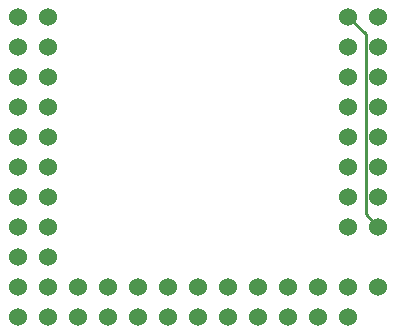
<source format=gbr>
%TF.GenerationSoftware,KiCad,Pcbnew,7.0.10*%
%TF.CreationDate,2024-01-17T03:24:24-05:00*%
%TF.ProjectId,esp32-wroom-socket,65737033-322d-4777-926f-6f6d2d736f63,rev?*%
%TF.SameCoordinates,Original*%
%TF.FileFunction,Copper,L2,Bot*%
%TF.FilePolarity,Positive*%
%FSLAX46Y46*%
G04 Gerber Fmt 4.6, Leading zero omitted, Abs format (unit mm)*
G04 Created by KiCad (PCBNEW 7.0.10) date 2024-01-17 03:24:24*
%MOMM*%
%LPD*%
G01*
G04 APERTURE LIST*
%TA.AperFunction,ComponentPad*%
%ADD10C,1.524000*%
%TD*%
%TA.AperFunction,Conductor*%
%ADD11C,0.250000*%
%TD*%
G04 APERTURE END LIST*
D10*
%TO.P,U1,*%
%TO.N,*%
X144780000Y-99060000D03*
X144780000Y-106680000D03*
X147320000Y-99060000D03*
X147320000Y-106680000D03*
X149860000Y-106680000D03*
X152400000Y-106680000D03*
X154940000Y-106680000D03*
X157480000Y-106680000D03*
X160020000Y-106680000D03*
X162560000Y-106680000D03*
X165100000Y-106680000D03*
X167640000Y-106680000D03*
X170180000Y-106680000D03*
X172720000Y-106680000D03*
X175260000Y-104140000D03*
%TO.P,U1,1,GND*%
%TO.N,Net-(U1-GND-Pad1)*%
X144780000Y-81280000D03*
%TO.P,U1,2,VDD*%
%TO.N,unconnected-(U1-VDD-Pad2)*%
X144780000Y-104140000D03*
X147320000Y-81280000D03*
%TO.P,U1,3,EN*%
%TO.N,unconnected-(U1-EN-Pad3)*%
X144780000Y-83820000D03*
%TO.P,U1,4,SENSOR_VP*%
%TO.N,unconnected-(U1-SENSOR_VP-Pad4)*%
X147320000Y-83820000D03*
%TO.P,U1,5,SENSOR_VN*%
%TO.N,unconnected-(U1-SENSOR_VN-Pad5)*%
X144780000Y-86360000D03*
%TO.P,U1,6,IO34*%
%TO.N,unconnected-(U1-IO34-Pad6)*%
X147320000Y-86360000D03*
%TO.P,U1,7,IO35*%
%TO.N,unconnected-(U1-IO35-Pad7)*%
X144780000Y-88900000D03*
%TO.P,U1,8,IO32*%
%TO.N,unconnected-(U1-IO32-Pad8)*%
X147320000Y-88900000D03*
%TO.P,U1,9,IO33*%
%TO.N,unconnected-(U1-IO33-Pad9)*%
X144780000Y-91440000D03*
%TO.P,U1,10,IO25*%
%TO.N,unconnected-(U1-IO25-Pad10)*%
X147320000Y-91440000D03*
%TO.P,U1,11,IO26*%
%TO.N,unconnected-(U1-IO26-Pad11)*%
X144780000Y-93980000D03*
%TO.P,U1,12,IO27*%
%TO.N,unconnected-(U1-IO27-Pad12)*%
X147320000Y-93980000D03*
%TO.P,U1,13,IO14*%
%TO.N,unconnected-(U1-IO14-Pad13)*%
X144780000Y-96520000D03*
%TO.P,U1,14,IO12*%
%TO.N,unconnected-(U1-IO12-Pad14)*%
X147320000Y-96520000D03*
%TO.P,U1,15,GND*%
%TO.N,Net-(U1-GND-Pad1)*%
X144780000Y-101600000D03*
X147320000Y-101600000D03*
X147320000Y-104140000D03*
X149860000Y-104140000D03*
%TO.P,U1,16,IO13*%
%TO.N,unconnected-(U1-IO13-Pad16)*%
X152400000Y-104140000D03*
%TO.P,U1,17,SHD/SD2*%
%TO.N,unconnected-(U1-SHD{slash}SD2-Pad17)*%
X154940000Y-104140000D03*
%TO.P,U1,18,SWP/SD3*%
%TO.N,unconnected-(U1-SWP{slash}SD3-Pad18)*%
X157480000Y-104140000D03*
%TO.P,U1,19,SCS/CMD*%
%TO.N,unconnected-(U1-SCS{slash}CMD-Pad19)*%
X160020000Y-104140000D03*
%TO.P,U1,20,SCK/CLK*%
%TO.N,unconnected-(U1-SCK{slash}CLK-Pad20)*%
X162560000Y-104140000D03*
%TO.P,U1,21,SDO/SD0*%
%TO.N,unconnected-(U1-SDO{slash}SD0-Pad21)*%
X165100000Y-104140000D03*
%TO.P,U1,22,SDI/SD1*%
%TO.N,unconnected-(U1-SDI{slash}SD1-Pad22)*%
X167640000Y-104140000D03*
%TO.P,U1,23,IO15*%
%TO.N,unconnected-(U1-IO15-Pad23)*%
X170180000Y-104140000D03*
%TO.P,U1,24,IO2*%
%TO.N,unconnected-(U1-IO2-Pad24)*%
X172720000Y-104140000D03*
%TO.P,U1,25,IO0*%
%TO.N,unconnected-(U1-IO0-Pad25)*%
X172720000Y-99060000D03*
X175260000Y-96520000D03*
%TO.P,U1,26,IO4*%
%TO.N,unconnected-(U1-IO4-Pad26)*%
X172720000Y-96520000D03*
%TO.P,U1,27,IO16*%
%TO.N,unconnected-(U1-IO16-Pad27)*%
X175260000Y-93980000D03*
%TO.P,U1,28,IO17*%
%TO.N,unconnected-(U1-IO17-Pad28)*%
X172720000Y-93980000D03*
%TO.P,U1,29,IO5*%
%TO.N,unconnected-(U1-IO5-Pad29)*%
X175260000Y-91440000D03*
%TO.P,U1,30,IO18*%
%TO.N,unconnected-(U1-IO18-Pad30)*%
X172720000Y-91440000D03*
%TO.P,U1,31,IO19*%
%TO.N,unconnected-(U1-IO19-Pad31)*%
X175260000Y-88900000D03*
%TO.P,U1,32,NC*%
%TO.N,unconnected-(U1-NC-Pad32)*%
X172720000Y-88900000D03*
%TO.P,U1,33,IO21*%
%TO.N,unconnected-(U1-IO21-Pad33)*%
X175260000Y-86360000D03*
%TO.P,U1,34,RXD0/IO3*%
%TO.N,unconnected-(U1-RXD0{slash}IO3-Pad34)*%
X172720000Y-86360000D03*
%TO.P,U1,35,TXD0/IO1*%
%TO.N,unconnected-(U1-TXD0{slash}IO1-Pad35)*%
X175260000Y-83820000D03*
%TO.P,U1,36,IO22*%
%TO.N,unconnected-(U1-IO22-Pad36)*%
X172720000Y-83820000D03*
%TO.P,U1,37,IO23*%
%TO.N,unconnected-(U1-IO23-Pad37)*%
X175260000Y-81280000D03*
%TO.P,U1,38,GND*%
%TO.N,Net-(U1-GND-Pad1)*%
X172720000Y-81280000D03*
X175260000Y-99060000D03*
%TD*%
D11*
%TO.N,Net-(U1-GND-Pad1)*%
X174173000Y-97973000D02*
X175260000Y-99060000D01*
X172720000Y-81280000D02*
X174173000Y-82733000D01*
X174173000Y-82733000D02*
X174173000Y-97973000D01*
%TD*%
M02*

</source>
